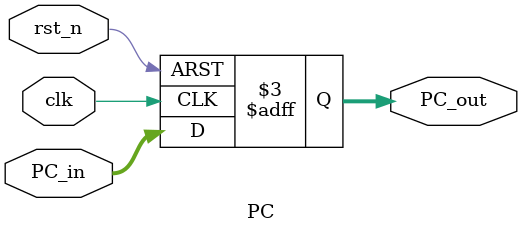
<source format=v>
module PC(
    input clk, // clk signal using when positive edge
    input rst_n, // reset when 0
    input [31:0] PC_in, // next instruction adderss
    output reg [31:0] PC_out // current instruction adderss
);

always @(posedge clk or negedge rst_n)
begin
    if(!rst_n) PC_out <= 32'd0;
    else PC_out <= PC_in;
end
endmodule

</source>
